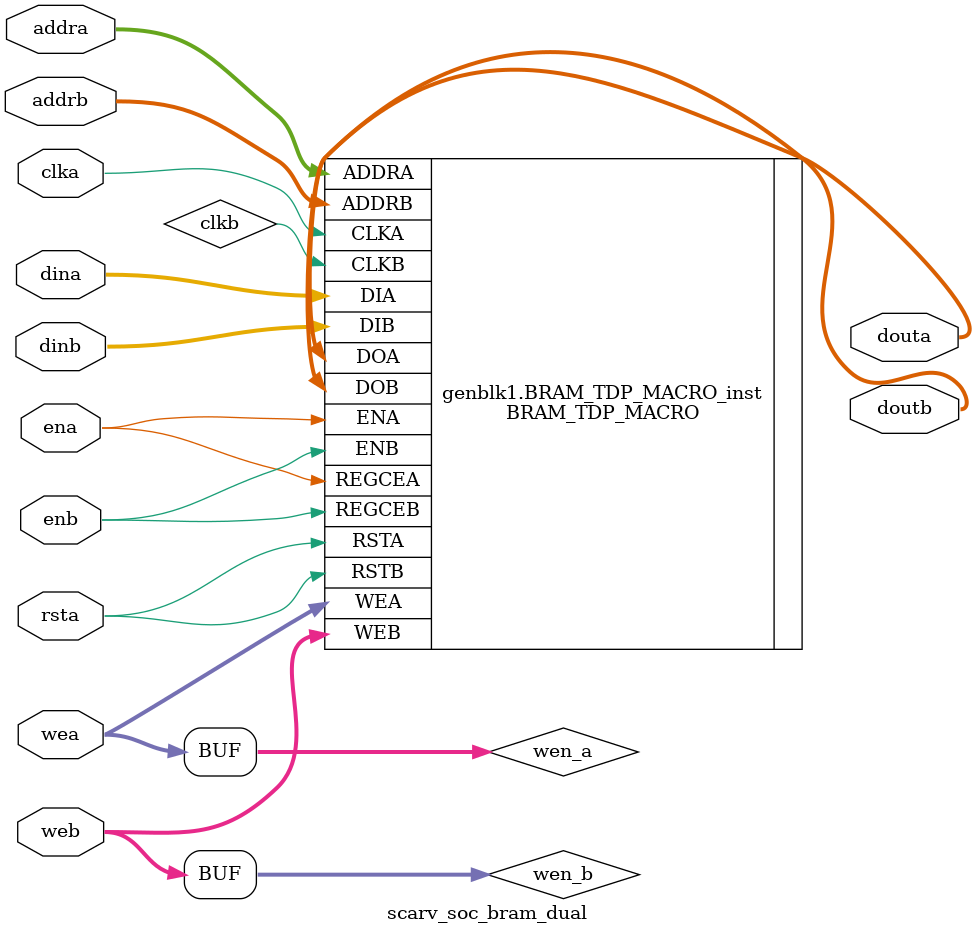
<source format=v>

module scarv_soc_bram_dual (

input  wire           clka        ,
input  wire           rsta        ,

input  wire           ena         ,
input  wire [   3:0]  wea         ,
input  wire [LW-1:0]  addra       ,
input  wire [  31:0]  dina        ,
output wire [  31:0]  douta       ,

input  wire           enb         ,
input  wire [   3:0]  web         ,
input  wire [LW-1:0]  addrb       ,
input  wire [  31:0]  dinb        ,
output wire [  31:0]  doutb        

);

//! Can we write to this module? If 0, then it's a ROM.
parameter   WRITE_EN = 1;

//! Depth of the BRAM in bytes.
parameter   DEPTH = 1024;
localparam  LW    = $clog2(DEPTH);

//! Memory file to load
parameter [255*8:0] MEMH_FILE = "NONE";

wire [3:0] wen_a = WRITE_EN ? wea : 4'b0;
wire [3:0] wen_b = WRITE_EN ? web : 4'b0;

generate if(DEPTH == 1024) begin // 1Kb

BRAM_TDP_MACRO #(
.BRAM_SIZE("36Kb"), // Target BRAM: "18Kb" or "36Kb" 
.DEVICE("7SERIES"), // Target device: "7SERIES" 
.DOA_REG(1),        // Optional port A output register (0 or 1)
.DOB_REG(1),        // Optional port B output register (0 or 1)
.INIT_A(36'h0000000),  // Initial values on port A output port
.INIT_B(36'h00000000), // Initial values on port B output port
.INIT_FILE (MEMH_FILE),
.READ_WIDTH_A (36),   // Valid values are 1-36 (19-36 only valid when BRAM_SIZE="36Kb")
.READ_WIDTH_B (36),   // Valid values are 1-36 (19-36 only valid when BRAM_SIZE="36Kb")
.WRITE_MODE_A("WRITE_FIRST"), // "WRITE_FIRST", "READ_FIRST", or "NO_CHANGE" 
.WRITE_MODE_B("WRITE_FIRST"), // "WRITE_FIRST", "READ_FIRST", or "NO_CHANGE" 
.WRITE_WIDTH_A(36), // Valid values are 1-36 (19-36 only valid when BRAM_SIZE="36Kb")
.WRITE_WIDTH_B(36)  // Valid values are 1-36 (19-36 only valid when BRAM_SIZE="36Kb")
) BRAM_TDP_MACRO_inst (
.DOA    (douta  ), // Output port-A data, width defined by READ_WIDTH_A parameter
.DOB    (doutb  ), // Output port-B data, width defined by READ_WIDTH_B parameter
.ADDRA  (addra  ), // Input port-A address, width defined by Port A depth
.ADDRB  (addrb  ), // Input port-B address, width defined by Port B depth
.CLKA   (clka   ), // 1-bit input port-A clock
.CLKB   (clkb   ), // 1-bit input port-B clock
.DIA    (dina   ), // Input port-A data, width defined by WRITE_WIDTH_A parameter
.DIB    (dinb   ), // Input port-B data, width defined by WRITE_WIDTH_B parameter
.ENA    (ena    ), // 1-bit input port-A enable
.ENB    (enb    ), // 1-bit input port-B enable
.REGCEA (ena    ), // 1-bit input port-A output register enable
.REGCEB (enb    ), // 1-bit input port-B output register enable
.RSTA   (rsta   ), // 1-bit input port-A reset
.RSTB   (rsta   ), // 1-bit input port-B reset
.WEA    (wen_a  ), // Input port-A write enable, width defined by Port A depth
.WEB    (wen_b  )  // Input port-B write enable, width defined by Port B depth
);


end else if(DEPTH == 65536) begin // 64Kb

wire en_a_lo = ena && !addra[15];
wire en_a_hi = ena &&  addra[15];

wire en_b_lo = ena && !addra[15];
wire en_b_hi = ena &&  addra[15];

reg  route_a_lo;
reg  route_b_lo;

wire [35:0] dout_a_lo;
wire [35:0] dout_b_lo;

wire [35:0] dout_a_hi;
wire [35:0] dout_b_hi;

assign douta = route_a_lo ? dout_a_lo : dout_a_hi;
assign doutb = route_b_lo ? dout_b_lo : dout_b_hi;

always @(posedge clka) begin
    if(rsta) begin
        route_a_lo <= 1'b0;
        route_b_lo <= 1'b0;
    end else begin
        route_a_lo <= en_a_lo;
        route_b_lo <= en_b_lo;
    end
end

//
// LOW 32K of the 64K BRAM
//
BRAM_TDP_MACRO #(
.BRAM_SIZE("36Kb"), // Target BRAM: "18Kb" or "36Kb" 
.DEVICE("7SERIES"), // Target device: "7SERIES" 
.DOA_REG(1),        // Optional port A output register (0 or 1)
.DOB_REG(1),        // Optional port B output register (0 or 1)
.INIT_A(36'h0000000),  // Initial values on port A output port
.INIT_B(36'h00000000), // Initial values on port B output port
.INIT_FILE (MEMH_FILE),
.READ_WIDTH_A (36),   // Valid values are 1-36 (19-36 only valid when BRAM_SIZE="36Kb")
.READ_WIDTH_B (36),   // Valid values are 1-36 (19-36 only valid when BRAM_SIZE="36Kb")
.WRITE_MODE_A("WRITE_FIRST"), // "WRITE_FIRST", "READ_FIRST", or "NO_CHANGE" 
.WRITE_MODE_B("WRITE_FIRST"), // "WRITE_FIRST", "READ_FIRST", or "NO_CHANGE" 
.WRITE_WIDTH_A(36), // Valid values are 1-36 (19-36 only valid when BRAM_SIZE="36Kb")
.WRITE_WIDTH_B(36)  // Valid values are 1-36 (19-36 only valid when BRAM_SIZE="36Kb")
) BRAM_TDP_MACRO_inst_lo (
.DOA    (dout_a_lo), // Output port-A data, width defined by READ_WIDTH_A parameter
.DOB    (dout_b_lo), // Output port-B data, width defined by READ_WIDTH_B parameter
.ADDRA  (addra  ), // Input port-A address, width defined by Port A depth
.ADDRB  (addrb  ), // Input port-B address, width defined by Port B depth
.CLKA   (clka   ), // 1-bit input port-A clock
.CLKB   (clkb   ), // 1-bit input port-B clock
.DIA    (dina   ), // Input port-A data, width defined by WRITE_WIDTH_A parameter
.DIB    (dinb   ), // Input port-B data, width defined by WRITE_WIDTH_B parameter
.ENA    (en_a_lo), // 1-bit input port-A enable
.ENB    (en_b_lo), // 1-bit input port-B enable
.REGCEA (en_a_lo), // 1-bit input port-A output register enable
.REGCEB (en_b_lo), // 1-bit input port-B output register enable
.RSTA   (rsta   ), // 1-bit input port-A reset
.RSTB   (rsta   ), // 1-bit input port-B reset
.WEA    (wen_a  ), // Input port-A write enable, width defined by Port A depth
.WEB    (wen_b  )  // Input port-B write enable, width defined by Port B depth
);

//
// HIGH 32K of the 64K BRAM
//
BRAM_TDP_MACRO #(
.BRAM_SIZE("36Kb"), // Target BRAM: "18Kb" or "36Kb" 
.DEVICE("7SERIES"), // Target device: "7SERIES" 
.DOA_REG(1),        // Optional port A output register (0 or 1)
.DOB_REG(1),        // Optional port B output register (0 or 1)
.INIT_A(36'h0000000),  // Initial values on port A output port
.INIT_B(36'h00000000), // Initial values on port B output port
.INIT_FILE (MEMH_FILE),
.READ_WIDTH_A (36),   // Valid values are 1-36 (19-36 only valid when BRAM_SIZE="36Kb")
.READ_WIDTH_B (36),   // Valid values are 1-36 (19-36 only valid when BRAM_SIZE="36Kb")
.WRITE_MODE_A("WRITE_FIRST"), // "WRITE_FIRST", "READ_FIRST", or "NO_CHANGE" 
.WRITE_MODE_B("WRITE_FIRST"), // "WRITE_FIRST", "READ_FIRST", or "NO_CHANGE" 
.WRITE_WIDTH_A(36), // Valid values are 1-36 (19-36 only valid when BRAM_SIZE="36Kb")
.WRITE_WIDTH_B(36)  // Valid values are 1-36 (19-36 only valid when BRAM_SIZE="36Kb")
) BRAM_TDP_MACRO_inst_hi (
.DOA    (dout_a_hi), // Output port-A data, width defined by READ_WIDTH_A parameter
.DOB    (dout_b_hi), // Output port-B data, width defined by READ_WIDTH_B parameter
.ADDRA  (addra  ), // Input port-A address, width defined by Port A depth
.ADDRB  (addrb  ), // Input port-B address, width defined by Port B depth
.CLKA   (clka   ), // 1-bit input port-A clock
.CLKB   (clkb   ), // 1-bit input port-B clock
.DIA    (dina   ), // Input port-A data, width defined by WRITE_WIDTH_A parameter
.DIB    (dinb   ), // Input port-B data, width defined by WRITE_WIDTH_B parameter
.ENA    (en_a_hi), // 1-bit input port-A enable
.ENB    (en_b_hi), // 1-bit input port-B enable
.REGCEA (en_a_hi), // 1-bit input port-A output register enable
.REGCEB (en_b_hi), // 1-bit input port-B output register enable
.RSTA   (rsta   ), // 1-bit input port-A reset
.RSTB   (rsta   ), // 1-bit input port-B reset
.WEA    (wen_a  ), // Input port-A write enable, width defined by Port A depth
.WEB    (wen_b  )  // Input port-B write enable, width defined by Port B depth
);

end endgenerate

endmodule


</source>
